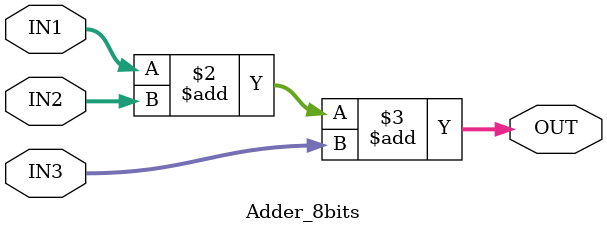
<source format=v>
module Adder_8bits(
    output  reg [7:0]   OUT,
    input   wire    [7:0]   IN1,
    input   wire    [7:0]   IN2,
    input   wire    [7:0]   IN3
);

always @(*) begin
    OUT <=  IN1 +   IN2 +   IN3;
end

endmodule


</source>
